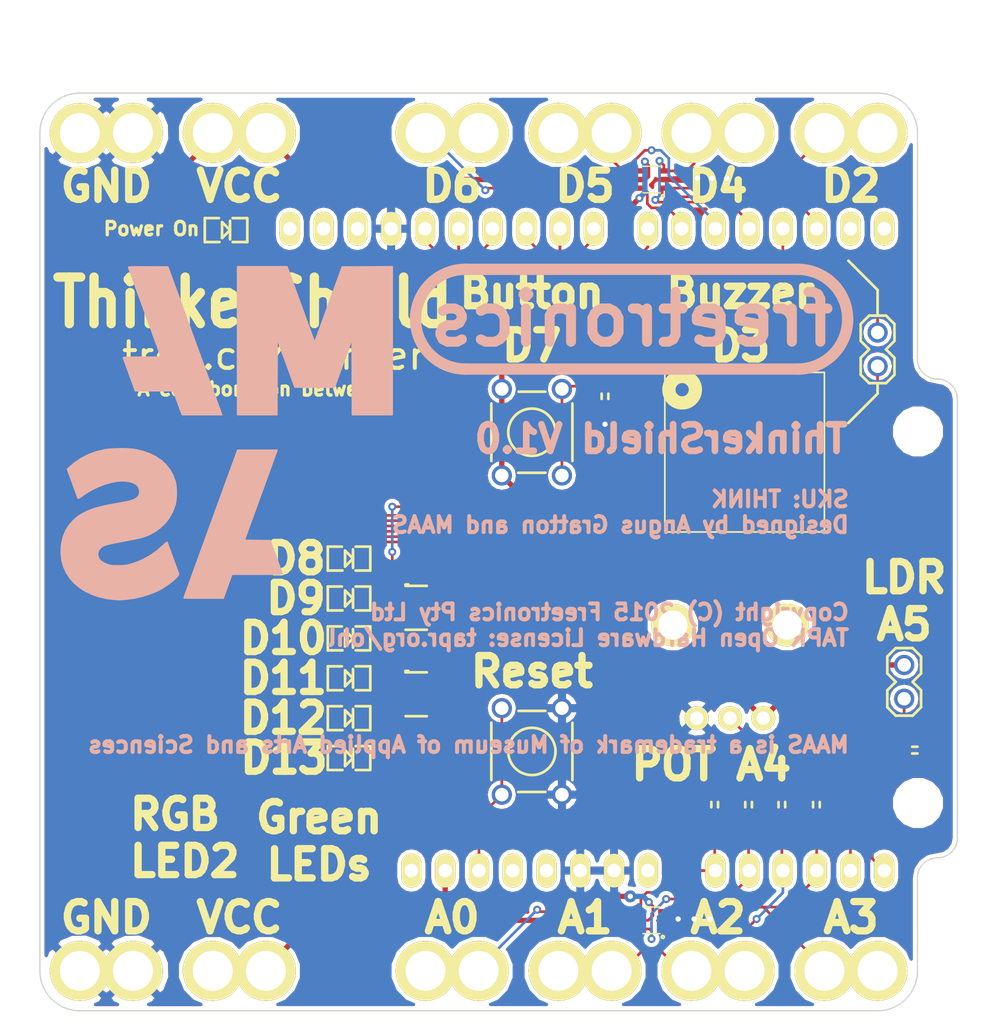
<source format=kicad_pcb>
(kicad_pcb (version 4) (host pcbnew "(2014-11-24 BZR 5301)-product")
  (layers (0 F.Cu signal) (31 B.Cu signal) (34 B.Paste user hide) (35 F.Paste user hide) (36 B.SilkS user) (37 F.SilkS user) (38 B.Mask user) (39 F.Mask user) (44 Edge.Cuts user))
  (net 0 "")
  (net 1 GND)
  (net 2 /A0)
  (net 3 /A1)
  (net 4 /A2)
  (net 5 /A3)
  (net 6 IORef)
  (net 7 /D2)
  (net 8 /D4)
  (net 9 /D5)
  (net 10 /D6)
  (net 11 /D3)
  (net 12 /BUZZER)
  (net 13 /D8)
  (net 14 "Net-(LED1-PadK)")
  (net 15 /D9)
  (net 16 "Net-(LED2-PadK)")
  (net 17 /D10)
  (net 18 "Net-(LED3-PadK)")
  (net 19 /D11)
  (net 20 "Net-(LED4-PadK)")
  (net 21 /D12)
  (net 22 "Net-(LED5-PadK)")
  (net 23 /D13)
  (net 24 /A4)
  (net 25 /D7)
  (net 26 /A5)
  (net 27 "Net-(SHIELD1-PadRST)")
  (net 28 "Net-(LED6-PadK)")
  (net 29 "Net-(LED7-PadK)")
  (module FT:BUZZER-12X12-SMT (layer F.Cu) (at 221 71)
    (fp_text reference U1)
    (fp_text value BUZZER)
    (pad 1 smd rect (at -5.99948 0) (size 2.99974 5.99948) (layers F.Cu F.Paste F.Mask) (net 1 GND))
    (pad 2 smd rect (at 5.99948 0) (size 2.99974 5.99948) (layers F.Cu F.Paste F.Mask) (net 12 /BUZZER))
  )
  (module POT_RV09_VERT (layer F.Cu) (at 219.9 84)
    (fp_text reference VR1)
    (fp_text value 10K hide)
    (pad "" thru_hole circle (at -4.3 0) (size 3.2 3.2) (drill 2.2) (layers *.Cu *.Mask F.SilkS))
    (pad "" thru_hole circle (at 4.3 0) (size 3.2 3.2) (drill 2.2) (layers *.Cu *.Mask F.SilkS))
    (pad W thru_hole circle (at 0 7) (size 1.8 1.8) (drill 1) (layers *.Cu *.Mask F.SilkS) (net 24 /A4))
    (pad 1 thru_hole circle (at -2.5 7) (size 1.8 1.8) (drill 1) (layers *.Cu *.Mask F.SilkS) (net 1 GND))
    (pad 2 thru_hole circle (at 2.5 7) (size 1.8 1.8) (drill 1) (layers *.Cu *.Mask F.SilkS) (net 6 IORef))
  )
  (module SOT363 (layer F.Cu) (at 214 50.5 90)
    (fp_text reference TV2)
    (fp_text value SMF05C hide)
    (pad 1 smd rect (at -0.65 0.925 90) (size 0.4 0.85) (layers F.Cu F.Paste F.Mask) (net 7 /D2))
    (pad 2 smd rect (at 0 0.925 90) (size 0.4 0.85) (layers F.Cu F.Paste F.Mask) (net 1 GND))
    (pad 3 smd rect (at 0.65 0.925 90) (size 0.4 0.85) (layers F.Cu F.Paste F.Mask) (net 8 /D4))
    (pad 4 smd rect (at 0.65 -0.925 90) (size 0.4 0.85) (layers F.Cu F.Paste F.Mask) (net 9 /D5))
    (pad 5 smd rect (at 0 -0.925 90) (size 0.4 0.85) (layers F.Cu F.Paste F.Mask) (net 6 IORef))
    (pad 6 smd rect (at -0.65 -0.925 90) (size 0.4 0.85) (layers F.Cu F.Paste F.Mask) (net 10 /D6))
  )
  (module FT:1X02 (layer F.Cu) (at 231 62 270)
    (fp_text reference JP13)
    (fp_text value JUMPER2 hide)
    (pad 1 thru_hole oval (at 0 0) (size 1.524 1.524) (drill 1.016) (layers *.Cu *.Mask) (net 11 /D3))
    (pad 2 thru_hole oval (at 2.54 0) (size 1.524 1.524) (drill 1.016) (layers *.Cu *.Mask) (net 12 /BUZZER))
  )
  (module FT:LED-0805 (layer F.Cu) (at 191.25 79)
    (fp_text reference LED1)
    (fp_text value GREEN)
    (pad A smd rect (at -0.89916 0) (size 0.79756 1.19888) (layers F.Cu F.Paste F.Mask) (net 13 /D8))
    (pad K smd rect (at 0.89916 0) (size 0.79756 1.19888) (layers F.Cu F.Paste F.Mask) (net 14 "Net-(LED1-PadK)"))
  )
  (module FT:LED-0805 (layer F.Cu) (at 191.25 82)
    (fp_text reference LED2)
    (fp_text value GREEN)
    (pad A smd rect (at -0.89916 0) (size 0.79756 1.19888) (layers F.Cu F.Paste F.Mask) (net 15 /D9))
    (pad K smd rect (at 0.89916 0) (size 0.79756 1.19888) (layers F.Cu F.Paste F.Mask) (net 16 "Net-(LED2-PadK)"))
  )
  (module FT:LED-0805 (layer F.Cu) (at 191.25 85)
    (fp_text reference LED3)
    (fp_text value GREEN)
    (pad A smd rect (at -0.89916 0) (size 0.79756 1.19888) (layers F.Cu F.Paste F.Mask) (net 17 /D10))
    (pad K smd rect (at 0.89916 0) (size 0.79756 1.19888) (layers F.Cu F.Paste F.Mask) (net 18 "Net-(LED3-PadK)"))
  )
  (module FT:LED-0805 (layer F.Cu) (at 191.25 88)
    (fp_text reference LED4)
    (fp_text value GREEN)
    (pad A smd rect (at -0.89916 0) (size 0.79756 1.19888) (layers F.Cu F.Paste F.Mask) (net 19 /D11))
    (pad K smd rect (at 0.89916 0) (size 0.79756 1.19888) (layers F.Cu F.Paste F.Mask) (net 20 "Net-(LED4-PadK)"))
  )
  (module FT:LED-0805 (layer F.Cu) (at 191.25 91)
    (fp_text reference LED5)
    (fp_text value GREEN)
    (pad A smd rect (at -0.89916 0) (size 0.79756 1.19888) (layers F.Cu F.Paste F.Mask) (net 21 /D12))
    (pad K smd rect (at 0.89916 0) (size 0.79756 1.19888) (layers F.Cu F.Paste F.Mask) (net 22 "Net-(LED5-PadK)"))
  )
  (module FT:1X02 (layer F.Cu) (at 233 87 270)
    (fp_text reference PH1)
    (fp_text value "LDR GL5516" hide)
    (pad 1 thru_hole oval (at 0 0) (size 1.524 1.524) (drill 1.016) (layers *.Cu *.Mask) (net 6 IORef))
    (pad 2 thru_hole oval (at 2.54 0) (size 1.524 1.524) (drill 1.016) (layers *.Cu *.Mask) (net 26 /A5))
  )
  (module FT:0603 (layer F.Cu) (at 233.8 93.4)
    (fp_text reference R1)
    (fp_text value 1K hide)
    (pad 1 smd rect (at -0.762 0) (size 0.762 0.762) (layers F.Cu F.Paste F.Mask) (net 26 /A5))
    (pad 2 smd rect (at 0.762 0) (size 0.762 0.762) (layers F.Cu F.Paste F.Mask) (net 1 GND))
  )
  (module FT:0603 (layer F.Cu) (at 210.5 66.8 270)
    (fp_text reference R2)
    (fp_text value 10K hide)
    (pad 1 smd rect (at -0.762 0 270) (size 0.762 0.762) (layers F.Cu F.Paste F.Mask) (net 25 /D7))
    (pad 2 smd rect (at 0.762 0 270) (size 0.762 0.762) (layers F.Cu F.Paste F.Mask) (net 1 GND))
  )
  (module FT:RES_CAY16 (layer F.Cu) (at 196.3 82.7 270)
    (fp_text reference R3)
    (fp_text value 470R hide)
    (pad 2 smd rect (at -1.19888 -0.67564 270) (size 0.50038 0.65024) (layers F.Cu F.Paste F.Mask) (net 1 GND))
    (pad 4 smd rect (at -0.39878 -0.67564 270) (size 0.50038 0.65024) (layers F.Cu F.Paste F.Mask) (net 1 GND))
    (pad 8 smd rect (at 1.19888 -0.67564 270) (size 0.50038 0.65024) (layers F.Cu F.Paste F.Mask) (net 1 GND))
    (pad 6 smd rect (at 0.39878 -0.67564 270) (size 0.50038 0.65024) (layers F.Cu F.Paste F.Mask) (net 1 GND))
    (pad 5 smd rect (at 0.39878 0.67564 270) (size 0.50038 0.65024) (layers F.Cu F.Paste F.Mask) (net 16 "Net-(LED2-PadK)"))
    (pad 7 smd rect (at 1.19888 0.67564 270) (size 0.50038 0.65024) (layers F.Cu F.Paste F.Mask) (net 18 "Net-(LED3-PadK)"))
    (pad 3 smd rect (at -0.39878 0.67564 270) (size 0.50038 0.65024) (layers F.Cu F.Paste F.Mask) (net 14 "Net-(LED1-PadK)"))
    (pad 1 smd rect (at -1.19888 0.67564 270) (size 0.50038 0.65024) (layers F.Cu F.Paste F.Mask) (net 29 "Net-(LED7-PadK)"))
  )
  (module FT:ARDUINO_SHIELD (layer F.Cu) (at 168 105)
    (fp_text reference SHIELD1 hide)
    (fp_text value ARDUINO_SHIELD hide)
    (pad AD5 thru_hole oval (at 63.5 -2.54 90) (size 2.54 1.524) (drill 1.016) (layers *.Cu *.Mask F.SilkS) (net 26 /A5))
    (pad AD4 thru_hole oval (at 60.96 -2.54 90) (size 2.54 1.524) (drill 1.016) (layers *.Cu *.Mask F.SilkS) (net 24 /A4))
    (pad AD3 thru_hole oval (at 58.42 -2.54 90) (size 2.54 1.524) (drill 1.016) (layers *.Cu *.Mask F.SilkS) (net 5 /A3))
    (pad AD0 thru_hole oval (at 50.8 -2.54 90) (size 2.54 1.524) (drill 1.016) (layers *.Cu *.Mask F.SilkS) (net 2 /A0))
    (pad AD1 thru_hole oval (at 53.34 -2.54 90) (size 2.54 1.524) (drill 1.016) (layers *.Cu *.Mask F.SilkS) (net 3 /A1))
    (pad AD2 thru_hole oval (at 55.88 -2.54 90) (size 2.54 1.524) (drill 1.016) (layers *.Cu *.Mask F.SilkS) (net 4 /A2))
    (pad V_IN thru_hole oval (at 45.72 -2.54 90) (size 2.54 1.524) (drill 1.016) (layers *.Cu *.Mask F.SilkS))
    (pad GND2 thru_hole oval (at 43.18 -2.54 90) (size 2.54 1.524) (drill 1.016) (layers *.Cu *.Mask F.SilkS) (net 1 GND))
    (pad GND1 thru_hole oval (at 40.64 -2.54 90) (size 2.54 1.524) (drill 1.016) (layers *.Cu *.Mask F.SilkS) (net 1 GND))
    (pad 3V3 thru_hole oval (at 35.56 -2.54 90) (size 2.54 1.524) (drill 1.016) (layers *.Cu *.Mask F.SilkS))
    (pad RST thru_hole oval (at 33.02 -2.54 90) (size 2.54 1.524) (drill 1.016) (layers *.Cu *.Mask F.SilkS) (net 27 "Net-(SHIELD1-PadRST)"))
    (pad 0 thru_hole oval (at 63.5 -50.8 90) (size 2.54 1.524) (drill 1.016) (layers *.Cu *.Mask F.SilkS))
    (pad 1 thru_hole oval (at 60.96 -50.8 90) (size 2.54 1.524) (drill 1.016) (layers *.Cu *.Mask F.SilkS))
    (pad 2 thru_hole oval (at 58.42 -50.8 90) (size 2.54 1.524) (drill 1.016) (layers *.Cu *.Mask F.SilkS) (net 7 /D2))
    (pad 3 thru_hole oval (at 55.88 -50.8 90) (size 2.54 1.524) (drill 1.016) (layers *.Cu *.Mask F.SilkS) (net 11 /D3))
    (pad 4 thru_hole oval (at 53.34 -50.8 90) (size 2.54 1.524) (drill 1.016) (layers *.Cu *.Mask F.SilkS) (net 8 /D4))
    (pad 5 thru_hole oval (at 50.8 -50.8 90) (size 2.54 1.524) (drill 1.016) (layers *.Cu *.Mask F.SilkS) (net 9 /D5))
    (pad 6 thru_hole oval (at 48.26 -50.8 90) (size 2.54 1.524) (drill 1.016) (layers *.Cu *.Mask F.SilkS) (net 10 /D6))
    (pad 7 thru_hole oval (at 45.72 -50.8 90) (size 2.54 1.524) (drill 1.016) (layers *.Cu *.Mask F.SilkS) (net 25 /D7))
    (pad 8 thru_hole oval (at 41.656 -50.8 90) (size 2.54 1.524) (drill 1.016) (layers *.Cu *.Mask F.SilkS) (net 13 /D8))
    (pad 9 thru_hole oval (at 39.116 -50.8 90) (size 2.54 1.524) (drill 1.016) (layers *.Cu *.Mask F.SilkS) (net 15 /D9))
    (pad 10 thru_hole oval (at 36.576 -50.8 90) (size 2.54 1.524) (drill 1.016) (layers *.Cu *.Mask F.SilkS) (net 17 /D10))
    (pad 11 thru_hole oval (at 34.036 -50.8 90) (size 2.54 1.524) (drill 1.016) (layers *.Cu *.Mask F.SilkS) (net 19 /D11))
    (pad 12 thru_hole oval (at 31.496 -50.8 90) (size 2.54 1.524) (drill 1.016) (layers *.Cu *.Mask F.SilkS) (net 21 /D12))
    (pad 13 thru_hole oval (at 28.956 -50.8 90) (size 2.54 1.524) (drill 1.016) (layers *.Cu *.Mask F.SilkS) (net 23 /D13))
    (pad GND3 thru_hole oval (at 26.416 -50.8 90) (size 2.54 1.524) (drill 1.016) (layers *.Cu *.Mask F.SilkS) (net 1 GND))
    (pad AREF thru_hole oval (at 23.876 -50.8 90) (size 2.54 1.524) (drill 1.016) (layers *.Cu *.Mask F.SilkS))
    (pad 5V thru_hole oval (at 38.1 -2.54 90) (size 2.54 1.524) (drill 1.016) (layers *.Cu *.Mask F.SilkS))
    (pad "" np_thru_hole circle (at 66.04 -7.62 90) (size 3.175 3.175) (drill 3.175) (layers *.Cu *.Mask F.SilkS))
    (pad "" np_thru_hole circle (at 66.04 -35.56 90) (size 3.175 3.175) (drill 3.175) (layers *.Cu *.Mask F.SilkS))
    (pad SDA thru_hole oval (at 21.336 -50.8 90) (size 2.54 1.524) (drill 1.016) (layers *.Cu *.Mask F.SilkS))
    (pad SCL thru_hole oval (at 18.796 -50.8 90) (size 2.54 1.524) (drill 1.016) (layers *.Cu *.Mask F.SilkS))
    (pad IO_R thru_hole oval (at 30.48 -2.54 90) (size 2.54 1.524) (drill 1.016) (layers *.Cu *.Mask F.SilkS) (net 6 IORef))
    (pad NC thru_hole oval (at 27.94 -2.54 90) (size 2.54 1.524) (drill 1.016) (layers *.Cu *.Mask F.SilkS))
  )
  (module TS:MAAS_logo_small_SolderMask (layer F.Cu) (at 178.5 74)
    (fp_text reference G*** hide)
    (fp_text value LOGO hide)
  )
  (module FT:LOGO_FREETRONICS_33mm (layer B.Cu) (at 212.5 61)
    (fp_text reference LOGO_FREETRONICS hide)
    (fp_text value val** hide)
    (fp_text user freetronics (at 0 0) (layer B.SilkS) (effects (font (size 3.75 3.75) (thickness 0.75)) (justify mirror)))
  )
  (module FT:SW_PUSHBUTTON_PTH (layer F.Cu) (at 205 93.5 90)
    (fp_text reference SW1)
    (fp_text value SW_PUSHBUTTON hide)
    (pad 1 thru_hole oval (at -3.2512 -2.2606 90) (size 1.524 1.524) (drill 1.016) (layers *.Cu *.Mask) (net 27 "Net-(SHIELD1-PadRST)"))
    (pad 1 thru_hole oval (at 3.2512 -2.2606 90) (size 1.524 1.524) (drill 1.016) (layers *.Cu *.Mask) (net 27 "Net-(SHIELD1-PadRST)"))
    (pad 2 thru_hole oval (at -3.2512 2.2606 90) (size 1.524 1.524) (drill 1.016) (layers *.Cu *.Mask) (net 1 GND))
    (pad 2 thru_hole oval (at 3.2512 2.2606 90) (size 1.524 1.524) (drill 1.016) (layers *.Cu *.Mask) (net 1 GND))
  )
  (module FT:SW_PUSHBUTTON_PTH (layer F.Cu) (at 205 69.5 90)
    (fp_text reference SW2)
    (fp_text value SW_PUSHBUTTON hide)
    (pad 1 thru_hole oval (at -3.2512 -2.2606 90) (size 1.524 1.524) (drill 1.016) (layers *.Cu *.Mask) (net 6 IORef))
    (pad 1 thru_hole oval (at 3.2512 -2.2606 90) (size 1.524 1.524) (drill 1.016) (layers *.Cu *.Mask) (net 6 IORef))
    (pad 2 thru_hole oval (at -3.2512 2.2606 90) (size 1.524 1.524) (drill 1.016) (layers *.Cu *.Mask) (net 25 /D7))
    (pad 2 thru_hole oval (at 3.2512 2.2606 90) (size 1.524 1.524) (drill 1.016) (layers *.Cu *.Mask) (net 25 /D7))
  )
  (module TS:MAAS_logo_large (layer B.Cu) (at 182 69.75 180)
    (fp_text reference G*** hide)
    (fp_text value LOGO hide)
  )
  (module FT:LOGO_FREETRONICS_14mm_SolderMask (layer F.Cu) (at 190.5 69.5)
    (fp_text reference LOGO_FREETRONICS hide)
    (fp_text value val** hide)
  )
  (module FT:LED-0805 (layer F.Cu) (at 191.25 94)
    (fp_text reference LED6)
    (fp_text value GREEN)
    (pad A smd rect (at -0.89916 0) (size 0.79756 1.19888) (layers F.Cu F.Paste F.Mask) (net 23 /D13))
    (pad K smd rect (at 0.89916 0) (size 0.79756 1.19888) (layers F.Cu F.Paste F.Mask) (net 28 "Net-(LED6-PadK)"))
  )
  (module FT:0603 (layer F.Cu) (at 221.3 97.5 90)
    (fp_text reference R7)
    (fp_text value 22M hide)
    (pad 1 smd rect (at -0.762 0 90) (size 0.762 0.762) (layers F.Cu F.Paste F.Mask) (net 3 /A1))
    (pad 2 smd rect (at 0.762 0 90) (size 0.762 0.762) (layers F.Cu F.Paste F.Mask) (net 6 IORef))
  )
  (module FT:0603 (layer F.Cu) (at 223.8 97.5 90)
    (fp_text reference R8)
    (fp_text value 22M hide)
    (pad 1 smd rect (at -0.762 0 90) (size 0.762 0.762) (layers F.Cu F.Paste F.Mask) (net 4 /A2))
    (pad 2 smd rect (at 0.762 0 90) (size 0.762 0.762) (layers F.Cu F.Paste F.Mask) (net 6 IORef))
  )
  (module FT:0603 (layer F.Cu) (at 226.4 97.5 90)
    (fp_text reference R9)
    (fp_text value 22M hide)
    (pad 1 smd rect (at -0.762 0 90) (size 0.762 0.762) (layers F.Cu F.Paste F.Mask) (net 5 /A3))
    (pad 2 smd rect (at 0.762 0 90) (size 0.762 0.762) (layers F.Cu F.Paste F.Mask) (net 6 IORef))
  )
  (module FT:0603 (layer F.Cu) (at 218.75 97.5 90)
    (fp_text reference R5)
    (fp_text value 22M hide)
    (pad 1 smd rect (at -0.762 0 90) (size 0.762 0.762) (layers F.Cu F.Paste F.Mask) (net 2 /A0))
    (pad 2 smd rect (at 0.762 0 90) (size 0.762 0.762) (layers F.Cu F.Paste F.Mask) (net 6 IORef))
  )
  (module FT:SOT363 (layer F.Cu) (at 214 106.2 90)
    (fp_text reference TV1)
    (fp_text value SMF05C hide)
    (pad 1 smd rect (at -0.65 0.925 90) (size 0.4 0.85) (layers F.Cu F.Paste F.Mask) (net 4 /A2))
    (pad 2 smd rect (at 0 0.925 90) (size 0.4 0.85) (layers F.Cu F.Paste F.Mask) (net 1 GND))
    (pad 3 smd rect (at 0.65 0.925 90) (size 0.4 0.85) (layers F.Cu F.Paste F.Mask) (net 5 /A3))
    (pad 4 smd rect (at 0.65 -0.925 90) (size 0.4 0.85) (layers F.Cu F.Paste F.Mask) (net 2 /A0))
    (pad 5 smd rect (at 0 -0.925 90) (size 0.4 0.85) (layers F.Cu F.Paste F.Mask) (net 6 IORef))
    (pad 6 smd rect (at -0.65 -0.925 90) (size 0.4 0.85) (layers F.Cu F.Paste F.Mask) (net 3 /A1))
  )
  (module FT:LED-0805 (layer F.Cu) (at 182 54.3)
    (fp_text reference LED7)
    (fp_text value BLUE)
    (pad A smd rect (at -0.89916 0) (size 0.79756 1.19888) (layers F.Cu F.Paste F.Mask) (net 6 IORef))
    (pad K smd rect (at 0.89916 0) (size 0.79756 1.19888) (layers F.Cu F.Paste F.Mask) (net 29 "Net-(LED7-PadK)"))
  )
  (module FT:RES_CAY16 (layer F.Cu) (at 196.3 89.2 270)
    (fp_text reference R4)
    (fp_text value 470R hide)
    (pad 2 smd rect (at -1.19888 -0.67564 270) (size 0.50038 0.65024) (layers F.Cu F.Paste F.Mask) (net 1 GND))
    (pad 4 smd rect (at -0.39878 -0.67564 270) (size 0.50038 0.65024) (layers F.Cu F.Paste F.Mask) (net 1 GND))
    (pad 8 smd rect (at 1.19888 -0.67564 270) (size 0.50038 0.65024) (layers F.Cu F.Paste F.Mask))
    (pad 6 smd rect (at 0.39878 -0.67564 270) (size 0.50038 0.65024) (layers F.Cu F.Paste F.Mask) (net 1 GND))
    (pad 5 smd rect (at 0.39878 0.67564 270) (size 0.50038 0.65024) (layers F.Cu F.Paste F.Mask) (net 28 "Net-(LED6-PadK)"))
    (pad 7 smd rect (at 1.19888 0.67564 270) (size 0.50038 0.65024) (layers F.Cu F.Paste F.Mask))
    (pad 3 smd rect (at -0.39878 0.67564 270) (size 0.50038 0.65024) (layers F.Cu F.Paste F.Mask) (net 22 "Net-(LED5-PadK)"))
    (pad 1 smd rect (at -1.19888 0.67564 270) (size 0.50038 0.65024) (layers F.Cu F.Paste F.Mask) (net 20 "Net-(LED4-PadK)"))
  )
  (module FT:ALLIGATOR_CLIP_CONN (layer F.Cu) (at 199 110)
    (fp_text reference JP1 hide)
    (fp_text value M01)
    (pad 1 thru_hole circle (at -2 0) (size 4.5 4.5) (drill 3) (layers *.Cu *.Mask F.SilkS) (net 2 /A0))
    (pad 1 thru_hole circle (at 2 0) (size 4.5 4.5) (drill 3) (layers *.Cu *.Mask F.SilkS) (net 2 /A0))
  )
  (module FT:ALLIGATOR_CLIP_CONN (layer F.Cu) (at 209 110)
    (fp_text reference JP2 hide)
    (fp_text value M01)
    (pad 1 thru_hole circle (at -2 0) (size 4.5 4.5) (drill 3) (layers *.Cu *.Mask F.SilkS) (net 3 /A1))
    (pad 1 thru_hole circle (at 2 0) (size 4.5 4.5) (drill 3) (layers *.Cu *.Mask F.SilkS) (net 3 /A1))
  )
  (module FT:ALLIGATOR_CLIP_CONN (layer F.Cu) (at 219 110 180)
    (fp_text reference JP3 hide)
    (fp_text value M01)
    (pad 1 thru_hole circle (at -2 0 180) (size 4.5 4.5) (drill 3) (layers *.Cu *.Mask F.SilkS) (net 4 /A2))
    (pad 1 thru_hole circle (at 2 0 180) (size 4.5 4.5) (drill 3) (layers *.Cu *.Mask F.SilkS) (net 4 /A2))
  )
  (module FT:ALLIGATOR_CLIP_CONN (layer F.Cu) (at 229 110 180)
    (fp_text reference JP4 hide)
    (fp_text value M01)
    (pad 1 thru_hole circle (at -2 0 180) (size 4.5 4.5) (drill 3) (layers *.Cu *.Mask F.SilkS) (net 5 /A3))
    (pad 1 thru_hole circle (at 2 0 180) (size 4.5 4.5) (drill 3) (layers *.Cu *.Mask F.SilkS) (net 5 /A3))
  )
  (module FT:ALLIGATOR_CLIP_CONN (layer F.Cu) (at 183 110 180)
    (fp_text reference JP5 hide)
    (fp_text value M01)
    (pad 1 thru_hole circle (at -2 0 180) (size 4.5 4.5) (drill 3) (layers *.Cu *.Mask F.SilkS) (net 6 IORef))
    (pad 1 thru_hole circle (at 2 0 180) (size 4.5 4.5) (drill 3) (layers *.Cu *.Mask F.SilkS) (net 6 IORef))
  )
  (module FT:ALLIGATOR_CLIP_CONN (layer F.Cu) (at 183 47)
    (fp_text reference JP6 hide)
    (fp_text value M01)
    (pad 1 thru_hole circle (at -2 0) (size 4.5 4.5) (drill 3) (layers *.Cu *.Mask F.SilkS) (net 6 IORef))
    (pad 1 thru_hole circle (at 2 0) (size 4.5 4.5) (drill 3) (layers *.Cu *.Mask F.SilkS) (net 6 IORef))
  )
  (module FT:ALLIGATOR_CLIP_CONN (layer F.Cu) (at 173 110 180)
    (fp_text reference JP7 hide)
    (fp_text value M01)
    (pad 1 thru_hole circle (at -2 0 180) (size 4.5 4.5) (drill 3) (layers *.Cu *.Mask F.SilkS) (net 1 GND))
    (pad 1 thru_hole circle (at 2 0 180) (size 4.5 4.5) (drill 3) (layers *.Cu *.Mask F.SilkS) (net 1 GND))
  )
  (module FT:ALLIGATOR_CLIP_CONN (layer F.Cu) (at 173 47 180)
    (fp_text reference JP8 hide)
    (fp_text value M01)
    (pad 1 thru_hole circle (at -2 0 180) (size 4.5 4.5) (drill 3) (layers *.Cu *.Mask F.SilkS) (net 1 GND))
    (pad 1 thru_hole circle (at 2 0 180) (size 4.5 4.5) (drill 3) (layers *.Cu *.Mask F.SilkS) (net 1 GND))
  )
  (module FT:ALLIGATOR_CLIP_CONN (layer F.Cu) (at 229 47)
    (fp_text reference JP9 hide)
    (fp_text value M01)
    (pad 1 thru_hole circle (at -2 0) (size 4.5 4.5) (drill 3) (layers *.Cu *.Mask F.SilkS) (net 7 /D2))
    (pad 1 thru_hole circle (at 2 0) (size 4.5 4.5) (drill 3) (layers *.Cu *.Mask F.SilkS) (net 7 /D2))
  )
  (module FT:ALLIGATOR_CLIP_CONN (layer F.Cu) (at 219 47)
    (fp_text reference JP10 hide)
    (fp_text value M01)
    (pad 1 thru_hole circle (at -2 0) (size 4.5 4.5) (drill 3) (layers *.Cu *.Mask F.SilkS) (net 8 /D4))
    (pad 1 thru_hole circle (at 2 0) (size 4.5 4.5) (drill 3) (layers *.Cu *.Mask F.SilkS) (net 8 /D4))
  )
  (module FT:ALLIGATOR_CLIP_CONN (layer F.Cu) (at 209 47)
    (fp_text reference JP11 hide)
    (fp_text value M01)
    (pad 1 thru_hole circle (at -2 0) (size 4.5 4.5) (drill 3) (layers *.Cu *.Mask F.SilkS) (net 9 /D5))
    (pad 1 thru_hole circle (at 2 0) (size 4.5 4.5) (drill 3) (layers *.Cu *.Mask F.SilkS) (net 9 /D5))
  )
  (module FT:ALLIGATOR_CLIP_CONN (layer F.Cu) (at 199 47)
    (fp_text reference JP12 hide)
    (fp_text value M01)
    (pad 1 thru_hole circle (at -2 0) (size 4.5 4.5) (drill 3) (layers *.Cu *.Mask F.SilkS) (net 10 /D6))
    (pad 1 thru_hole circle (at 2 0) (size 4.5 4.5) (drill 3) (layers *.Cu *.Mask F.SilkS) (net 10 /D6))
  )
  (gr_text "Power On" (at 176.4 54.2) (layer F.SilkS) (effects (font (size 1 1) (thickness 0.25))))
  (gr_line (start 229.2 57) (end 228.8 56.6) (angle 90) (layer F.SilkS) (width 0.2))
  (gr_line (start 231 58.8) (end 229.2 57) (angle 90) (layer F.SilkS) (width 0.2))
  (gr_line (start 231 60.7) (end 231 58.8) (angle 90) (layer F.SilkS) (width 0.2))
  (gr_line (start 231 66.6) (end 228.8 68.8) (angle 90) (layer F.SilkS) (width 0.2))
  (gr_line (start 231 65.8) (end 231 66.6) (angle 90) (layer F.SilkS) (width 0.2))
  (gr_text D13 (at 182.8 94) (layer F.SilkS) (effects (font (size 2.2 2.2) (thickness 0.55)) (justify left)))
  (gr_text "SKU: THINK\nDesigned by Angus Gratton and MAAS\n" (at 229 75.5) (layer B.SilkS) (effects (font (size 1.2 1.2) (thickness 0.3)) (justify left mirror)))
  (gr_text "MAAS is a trademark of Museum of Applied Arts and Sciences\n" (at 229 93) (layer B.SilkS) (effects (font (size 1.2 1.2) (thickness 0.3)) (justify left mirror)))
  (gr_text "LDR\nA5" (at 233 82.2) (layer F.SilkS) (effects (font (size 2.2 2.2) (thickness 0.55))))
  (gr_text "ThinkerShield V1.0" (at 229 70) (layer B.SilkS) (effects (font (size 2 2) (thickness 0.5)) (justify left mirror)))
  (gr_text tron.cc/thinker (at 174 63.75) (layer F.SilkS) (effects (font (size 2 2) (thickness 0.3)) (justify left)))
  (gr_text "Copyright (C) 2015 Freetronics Pty Ltd\nTAPR Open Hardware License: tapr.org/ohl\n" (at 229 84) (layer B.SilkS) (effects (font (size 1.2 1.2) (thickness 0.3)) (justify left mirror)))
  (gr_text "POT A4" (at 218.5 94.5) (layer F.SilkS) (effects (font (size 2.2 2.2) (thickness 0.55))))
  (gr_text "A collaboration between:" (at 184.75 66.25) (layer F.SilkS) (effects (font (size 1 1) (thickness 0.25))))
  (gr_text ThinkerShield (at 184 59.75) (layer F.SilkS) (effects (font (size 3.5 3) (thickness 0.7))))
  (gr_text D3 (at 220.7 63) (layer F.SilkS) (effects (font (size 2.2 2.2) (thickness 0.55))))
  (gr_text Buzzer (at 220.7 59) (layer F.SilkS) (effects (font (size 2.2 2.2) (thickness 0.55))))
  (gr_text D7 (at 205 63) (layer F.SilkS) (effects (font (size 2.2 2.2) (thickness 0.55))))
  (gr_text Button (at 205 59) (layer F.SilkS) (effects (font (size 2.2 2.2) (thickness 0.55))))
  (gr_text Reset (at 205 87.5) (layer F.SilkS) (effects (font (size 2.2 2.2) (thickness 0.55))))
  (gr_text "Green\nLEDs" (at 189 100.25) (layer F.SilkS) (effects (font (size 2.2 2.2) (thickness 0.55))))
  (gr_text D12 (at 182.75 91) (layer F.SilkS) (effects (font (size 2.2 2.2) (thickness 0.55)) (justify left)))
  (gr_text D11 (at 182.75 88) (layer F.SilkS) (effects (font (size 2.2 2.2) (thickness 0.55)) (justify left)))
  (gr_text D10 (at 182.75 85) (layer F.SilkS) (effects (font (size 2.2 2.2) (thickness 0.55)) (justify left)))
  (gr_text D9 (at 184.75 82) (layer F.SilkS) (effects (font (size 2.2 2.2) (thickness 0.55)) (justify left)))
  (gr_text D8 (at 184.75 79) (layer F.SilkS) (effects (font (size 2.2 2.2) (thickness 0.55)) (justify left)))
  (gr_text "RGB\nLED2" (at 174.5 100) (layer F.SilkS) (effects (font (size 2.2 2.2) (thickness 0.55)) (justify left)))
  (gr_text D2 (at 229 51) (layer F.SilkS) (effects (font (size 2.2 2.2) (thickness 0.55))))
  (gr_text D4 (at 219 51) (layer F.SilkS) (effects (font (size 2.2 2.2) (thickness 0.55))))
  (gr_text D5 (at 209 51) (layer F.SilkS) (effects (font (size 2.2 2.2) (thickness 0.55))))
  (gr_text D6 (at 199 51) (layer F.SilkS) (effects (font (size 2.2 2.2) (thickness 0.55))))
  (gr_text A3 (at 229 106) (layer F.SilkS) (effects (font (size 2.2 2.2) (thickness 0.55))))
  (gr_text A2 (at 219 106) (layer F.SilkS) (effects (font (size 2.2 2.2) (thickness 0.55))))
  (gr_text A1 (at 209 106) (layer F.SilkS) (effects (font (size 2.2 2.2) (thickness 0.55))))
  (gr_text A0 (at 199 106) (layer F.SilkS) (effects (font (size 2.2 2.2) (thickness 0.55))))
  (gr_text VCC (at 183 106) (layer F.SilkS) (effects (font (size 2.2 2.2) (thickness 0.55))))
  (gr_text GND (at 173 106) (layer F.SilkS) (effects (font (size 2.2 2.2) (thickness 0.55))))
  (gr_text GND (at 173 51) (layer F.SilkS) (effects (font (size 2.2 2.2) (thickness 0.55))))
  (gr_text VCC (at 183 51) (layer F.SilkS) (effects (font (size 2.2 2.2) (thickness 0.55))))
  (gr_arc (start 235.5 103) (end 234 103) (angle 90) (layer Edge.Cuts) (width 0.1))
  (gr_arc (start 235.5 100) (end 237 100) (angle 90) (layer Edge.Cuts) (width 0.1))
  (gr_arc (start 235.5 64) (end 235.5 65.5) (angle 90) (layer Edge.Cuts) (width 0.1))
  (gr_arc (start 235.5 67) (end 235.5 65.5) (angle 90) (layer Edge.Cuts) (width 0.1))
  (gr_arc (start 231 47) (end 231 44) (angle 90) (layer Edge.Cuts) (width 0.1))
  (gr_arc (start 231 110) (end 234 110) (angle 90) (layer Edge.Cuts) (width 0.1))
  (gr_arc (start 171 110) (end 171 113) (angle 90) (layer Edge.Cuts) (width 0.1))
  (gr_arc (start 171 47) (end 168 47) (angle 90) (layer Edge.Cuts) (width 0.1))
  (gr_line (start 231 44) (end 171 44) (angle 90) (layer Edge.Cuts) (width 0.1))
  (gr_line (start 234 47) (end 234 53) (angle 90) (layer Edge.Cuts) (width 0.1))
  (gr_line (start 234 64) (end 234 53) (angle 90) (layer Edge.Cuts) (width 0.1))
  (gr_line (start 237 100) (end 237 67) (angle 90) (layer Edge.Cuts) (width 0.1))
  (gr_line (start 234 110) (end 234 103) (angle 90) (layer Edge.Cuts) (width 0.1))
  (gr_line (start 171 113) (end 231 113) (angle 90) (layer Edge.Cuts) (width 0.1))
  (gr_line (start 168 47) (end 168 110) (angle 90) (layer Edge.Cuts) (width 0.1))
  (segment (start 174.8 110) (end 171.2 110) (width 0.4) (layer F.Cu) (net 1))
  (segment (start 174.8 47) (end 171.2 47) (width 0.4) (layer F.Cu) (net 1))
  (via (at 210.5 68.9) (size 0.9) (layers F.Cu B.Cu) (net 1))
  (segment (start 210.5 67.562) (end 210.5 68.9) (width 0.4) (layer F.Cu) (net 1))
  (segment (start 219.20001 50.39999) (end 219.649999 50.39999) (width 0.4) (layer B.Cu) (net 1))
  (segment (start 218.549999 50.39999) (end 219.649999 50.39999) (width 0.4) (layer F.Cu) (net 1))
  (via (at 219.649999 50.39999) (size 0.9) (drill 0.4) (layers F.Cu B.Cu) (net 1))
  (segment (start 217.455654 50.39999) (end 218.549999 50.39999) (width 0.4) (layer B.Cu) (net 1))
  (via (at 218.549999 50.39999) (size 0.9) (drill 0.4) (layers F.Cu B.Cu) (net 1))
  (segment (start 214.8 50.5) (end 217.355644 50.5) (width 0.4) (layer F.Cu) (net 1))
  (segment (start 217.355644 50.5) (end 217.455654 50.39999) (width 0.4) (layer F.Cu) (net 1))
  (via (at 217.455654 50.39999) (size 0.9) (drill 0.4) (layers F.Cu B.Cu) (net 1))
  (segment (start 217.2 106.1) (end 218.4 106.1) (width 0.4) (layer F.Cu) (net 1))
  (via (at 218.4 106.1) (size 0.9) (drill 0.4) (layers F.Cu B.Cu) (net 1))
  (segment (start 216 106.1) (end 217.2 106.1) (width 0.4) (layer F.Cu) (net 1))
  (via (at 217.2 106.1) (size 0.9) (drill 0.4) (layers F.Cu B.Cu) (net 1))
  (segment (start 215.9 106.2) (end 216 106.1) (width 0.4) (layer F.Cu) (net 1))
  (segment (start 214.8 106.2) (end 215.9 106.2) (width 0.4) (layer F.Cu) (net 1))
  (via (at 216 106.1) (size 0.9) (drill 0.4) (layers F.Cu B.Cu) (net 1))
  (segment (start 218.75 98.262) (end 218.75 102.41) (width 0.2) (layer F.Cu) (net 2))
  (segment (start 218.75 102.41) (end 218.8 102.46) (width 0.2) (layer F.Cu) (net 2))
  (segment (start 200.8 109.9) (end 200.9 109.9) (width 0.2) (layer B.Cu) (net 2))
  (segment (start 200.8 110) (end 205.4 105.4) (width 0.2) (layer B.Cu) (net 2))
  (segment (start 215.94 102.46) (end 217.838 102.46) (width 0.2) (layer F.Cu) (net 2))
  (segment (start 217.838 102.46) (end 218.8 102.46) (width 0.2) (layer F.Cu) (net 2))
  (segment (start 214.3 104.1) (end 215.94 102.46) (width 0.2) (layer F.Cu) (net 2))
  (segment (start 219.14 102.46) (end 218.8 102.46) (width 0.2) (layer F.Cu) (net 2))
  (segment (start 197.2 110) (end 200.8 110) (width 0.2) (layer F.Cu) (net 2))
  (segment (start 200.8 110) (end 200.8 109) (width 0.2) (layer B.Cu) (net 2))
  (segment (start 205.100001 105.699999) (end 205.4 105.4) (width 0.2) (layer B.Cu) (net 2))
  (via (at 205.4 105.4) (size 0.6) (drill 0.3) (layers F.Cu B.Cu) (net 2))
  (segment (start 213.64332 104.1) (end 214.3 104.1) (width 0.2) (layer F.Cu) (net 2))
  (segment (start 205.55 105.55) (end 205.4 105.4) (width 0.2) (layer F.Cu) (net 2))
  (segment (start 213.199976 104.543344) (end 213.64332 104.1) (width 0.2) (layer F.Cu) (net 2))
  (segment (start 213.199976 105.199976) (end 213.199976 104.543344) (width 0.2) (layer F.Cu) (net 2))
  (segment (start 213.2 105.2) (end 213.199976 105.199976) (width 0.2) (layer F.Cu) (net 2))
  (segment (start 213.2 105.55) (end 205.55 105.55) (width 0.2) (layer F.Cu) (net 2))
  (segment (start 213.2 105.55) (end 213.2 105.2) (width 0.2) (layer F.Cu) (net 2))
  (segment (start 221.3 98.262) (end 221.3 102.42) (width 0.2) (layer F.Cu) (net 3))
  (segment (start 221.3 102.42) (end 221.34 102.46) (width 0.2) (layer F.Cu) (net 3))
  (segment (start 221.34 102.968) (end 219.708 104.6) (width 0.2) (layer F.Cu) (net 3))
  (segment (start 221.34 102.46) (end 221.34 102.968) (width 0.2) (layer F.Cu) (net 3))
  (segment (start 219.708 104.6) (end 215.524264 104.6) (width 0.2) (layer F.Cu) (net 3))
  (segment (start 207.2 110) (end 210.8 110) (width 0.2) (layer F.Cu) (net 3))
  (segment (start 212 110) (end 210.8 110) (width 0.2) (layer B.Cu) (net 3))
  (segment (start 212.1 110) (end 210.8 110) (width 0.2) (layer B.Cu) (net 3))
  (segment (start 211.8 110) (end 210.8 110) (width 0.2) (layer F.Cu) (net 3))
  (segment (start 213.2 108.6) (end 211.8 110) (width 0.2) (layer F.Cu) (net 3))
  (segment (start 213.2 107.6) (end 213.2 108.6) (width 0.2) (layer F.Cu) (net 3))
  (segment (start 215.524264 104.6) (end 215.1 104.6) (width 0.2) (layer F.Cu) (net 3))
  (segment (start 213.2 107.4) (end 213.2 107.6) (width 0.2) (layer F.Cu) (net 3))
  (via (at 215.1 104.6) (size 0.6) (drill 0.3) (layers F.Cu B.Cu) (net 3))
  (segment (start 214.800001 104.899999) (end 215.1 104.6) (width 0.2) (layer B.Cu) (net 3))
  (segment (start 214 105.7) (end 214.800001 104.899999) (width 0.2) (layer B.Cu) (net 3))
  (segment (start 214 107.6) (end 214 105.7) (width 0.2) (layer B.Cu) (net 3))
  (via (at 214 107.6) (size 0.6) (layers F.Cu B.Cu) (net 3))
  (segment (start 214 107) (end 214 107.6) (width 0.2) (layer F.Cu) (net 3))
  (segment (start 213.2 106.85) (end 213.85 106.85) (width 0.2) (layer F.Cu) (net 3))
  (segment (start 213.85 106.85) (end 214 107) (width 0.2) (layer F.Cu) (net 3))
  (segment (start 213.2 106.85) (end 213.2 107.4) (width 0.2) (layer F.Cu) (net 3))
  (segment (start 221.600001 106.399999) (end 221.9 106.1) (width 0.2) (layer F.Cu) (net 4))
  (segment (start 214.8 106.85) (end 215 106.85) (width 0.2) (layer F.Cu) (net 4))
  (segment (start 215 106.85) (end 215.35 107.2) (width 0.2) (layer F.Cu) (net 4))
  (segment (start 220.8 107.2) (end 221.600001 106.399999) (width 0.2) (layer F.Cu) (net 4))
  (segment (start 215.35 107.2) (end 220.8 107.2) (width 0.2) (layer F.Cu) (net 4))
  (segment (start 214.8 106.85) (end 214.8 107.6) (width 0.2) (layer F.Cu) (net 4))
  (segment (start 214.8 106.85) (end 214.8 108.6) (width 0.2) (layer F.Cu) (net 4))
  (segment (start 223.8 98.262) (end 223.8 102.38) (width 0.2) (layer F.Cu) (net 4))
  (segment (start 223.8 102.38) (end 223.88 102.46) (width 0.2) (layer F.Cu) (net 4))
  (segment (start 223.88 104.12) (end 223.88 102.46) (width 0.2) (layer B.Cu) (net 4))
  (segment (start 221.9 106.1) (end 223.88 104.12) (width 0.2) (layer B.Cu) (net 4))
  (via (at 221.9 106.1) (size 0.6) (layers F.Cu B.Cu) (net 4))
  (segment (start 217.2 110) (end 220.8 110) (width 0.2) (layer F.Cu) (net 4))
  (segment (start 223.88 102.46) (end 223.39878 101.97878) (width 0.2) (layer F.Cu) (net 4))
  (segment (start 216.2 110) (end 217.2 110) (width 0.2) (layer F.Cu) (net 4))
  (segment (start 214.8 108.6) (end 216.2 110) (width 0.2) (layer F.Cu) (net 4))
  (segment (start 226.42 102.46) (end 226.42 98.382) (width 0.2) (layer F.Cu) (net 5))
  (segment (start 226.42 98.382) (end 226.4 98.362) (width 0.2) (layer F.Cu) (net 5))
  (segment (start 224.188 105.2) (end 226.42 102.968) (width 0.2) (layer F.Cu) (net 5))
  (segment (start 226.42 102.968) (end 226.42 102.46) (width 0.2) (layer F.Cu) (net 5))
  (segment (start 227.2 110) (end 222.4 105.2) (width 0.2) (layer F.Cu) (net 5))
  (segment (start 227.2 110) (end 230.8 110) (width 0.2) (layer F.Cu) (net 5))
  (segment (start 226.42 102.02) (end 226.42 102.46) (width 0.2) (layer F.Cu) (net 5))
  (segment (start 215.35 105.2) (end 224.188 105.2) (width 0.2) (layer F.Cu) (net 5))
  (segment (start 222.4 105.2) (end 215.35 105.2) (width 0.2) (layer F.Cu) (net 5))
  (segment (start 215 105.55) (end 215.35 105.2) (width 0.2) (layer F.Cu) (net 5))
  (segment (start 214.8 105.55) (end 215 105.55) (width 0.2) (layer F.Cu) (net 5))
  (segment (start 213.083348 51.897695) (end 213.501563 51.47948) (width 0.4) (layer B.Cu) (net 6))
  (segment (start 213.801562 50.28844) (end 213.801562 49.44999) (width 0.2) (layer F.Cu) (net 6))
  (segment (start 213.801562 49.44999) (end 213.501563 49.149991) (width 0.2) (layer F.Cu) (net 6))
  (via (at 213.501563 49.149991) (size 0.6) (drill 0.3) (layers F.Cu B.Cu) (net 6))
  (segment (start 213.501563 49.574255) (end 213.501563 49.149991) (width 0.4) (layer B.Cu) (net 6))
  (segment (start 213.501563 51.47948) (end 213.501563 49.574255) (width 0.4) (layer B.Cu) (net 6))
  (segment (start 213.590002 50.5) (end 213.801562 50.28844) (width 0.2) (layer F.Cu) (net 6))
  (segment (start 213.2 50.5) (end 213.590002 50.5) (width 0.2) (layer F.Cu) (net 6))
  (segment (start 181.2 47) (end 181.2 47.2) (width 0.4) (layer F.Cu) (net 6))
  (segment (start 181.2 47.2) (end 179.2 49.2) (width 0.4) (layer F.Cu) (net 6))
  (segment (start 179.2 52.39916) (end 181.10084 54.3) (width 0.4) (layer F.Cu) (net 6))
  (segment (start 179.2 49.2) (end 179.2 52.39916) (width 0.4) (layer F.Cu) (net 6))
  (segment (start 219.7 88.3) (end 218.7 89.3) (width 0.4) (layer F.Cu) (net 6))
  (segment (start 211.9 96.9) (end 213.45 98.45) (width 0.4) (layer F.Cu) (net 6))
  (segment (start 211.9 92.2) (end 211.9 96.9) (width 0.4) (layer F.Cu) (net 6))
  (segment (start 214.8 89.3) (end 211.9 92.2) (width 0.4) (layer F.Cu) (net 6))
  (segment (start 218.7 89.3) (end 214.8 89.3) (width 0.4) (layer F.Cu) (net 6))
  (segment (start 222.4 91) (end 219.7 88.3) (width 0.4) (layer F.Cu) (net 6))
  (segment (start 208.8882 78.9) (end 202.7394 72.7512) (width 0.4) (layer F.Cu) (net 6))
  (segment (start 215 78.9) (end 208.8882 78.9) (width 0.4) (layer F.Cu) (net 6))
  (segment (start 219.7 83.6) (end 215 78.9) (width 0.4) (layer F.Cu) (net 6))
  (segment (start 219.7 88.3) (end 219.7 83.6) (width 0.4) (layer F.Cu) (net 6))
  (segment (start 233 87) (end 226.4 87) (width 0.4) (layer F.Cu) (net 6))
  (segment (start 226.4 87) (end 222.4 91) (width 0.4) (layer F.Cu) (net 6))
  (segment (start 213.75 106.2) (end 214.099976 105.850024) (width 0.2) (layer F.Cu) (net 6))
  (segment (start 214.099976 105.850024) (end 214.099976 105.131344) (width 0.2) (layer F.Cu) (net 6))
  (segment (start 213.2 106.2) (end 213.75 106.2) (width 0.2) (layer F.Cu) (net 6))
  (segment (start 213.2 106.2) (end 188.6 106.2) (width 0.4) (layer F.Cu) (net 6))
  (segment (start 212.4 106.2) (end 213.2 106.2) (width 0.4) (layer F.Cu) (net 6))
  (segment (start 188.6 106.2) (end 188.1 106.7) (width 0.4) (layer F.Cu) (net 6))
  (segment (start 214.099976 105.131344) (end 213.799977 104.831345) (width 0.2) (layer F.Cu) (net 6))
  (via (at 213.799977 104.831345) (size 0.6) (drill 0.3) (layers F.Cu B.Cu) (net 6))
  (segment (start 213.499978 104.531346) (end 213.799977 104.831345) (width 0.4) (layer B.Cu) (net 6))
  (segment (start 212.4 104.4) (end 213.368632 104.4) (width 0.4) (layer B.Cu) (net 6))
  (segment (start 213.368632 104.4) (end 213.499978 104.531346) (width 0.4) (layer B.Cu) (net 6))
  (segment (start 202.3 104.4) (end 202.3 103.6) (width 0.4) (layer F.Cu) (net 6))
  (segment (start 202.3 103.1) (end 202.3 103.6) (width 0.4) (layer F.Cu) (net 6))
  (segment (start 202.3 101.3) (end 202.3 103.1) (width 0.4) (layer F.Cu) (net 6))
  (segment (start 203.2 100.4) (end 202.3 101.3) (width 0.4) (layer F.Cu) (net 6))
  (segment (start 211.5 100.4) (end 203.2 100.4) (width 0.4) (layer F.Cu) (net 6))
  (segment (start 213.45 98.45) (end 211.5 100.4) (width 0.4) (layer F.Cu) (net 6))
  (segment (start 214 97.9) (end 213.45 98.45) (width 0.4) (layer F.Cu) (net 6))
  (segment (start 218.75 96.738) (end 215.162 96.738) (width 0.4) (layer F.Cu) (net 6))
  (segment (start 215.162 96.738) (end 214 97.9) (width 0.4) (layer F.Cu) (net 6))
  (segment (start 212.4 104.4) (end 202.3 104.4) (width 0.4) (layer F.Cu) (net 6))
  (via (at 212.4 104.4) (size 0.9) (layers F.Cu B.Cu) (net 6))
  (segment (start 202.3 104.4) (end 201.5 104.4) (width 0.4) (layer F.Cu) (net 6))
  (segment (start 201.5 104.4) (end 198.8 104.4) (width 0.4) (layer F.Cu) (net 6))
  (segment (start 221.3 96.738) (end 218.75 96.738) (width 0.4) (layer F.Cu) (net 6))
  (segment (start 223.8 96.738) (end 221.3 96.738) (width 0.4) (layer F.Cu) (net 6))
  (segment (start 226.4 96.738) (end 223.8 96.738) (width 0.4) (layer F.Cu) (net 6))
  (segment (start 223.9 96.838) (end 223.8 96.738) (width 0.2) (layer F.Cu) (net 6))
  (segment (start 202.7394 66.2488) (end 202.7394 64.7606) (width 0.4) (layer F.Cu) (net 6))
  (segment (start 198.48 104.08) (end 198.48 102.46) (width 0.4) (layer F.Cu) (net 6))
  (segment (start 187.8 107) (end 184.8 110) (width 0.4) (layer F.Cu) (net 6))
  (segment (start 202.7394 66.2488) (end 202.7394 72.7512) (width 0.4) (layer F.Cu) (net 6))
  (segment (start 184.8 110) (end 181.2 110) (width 0.4) (layer F.Cu) (net 6))
  (segment (start 184.8 47) (end 181.2 47) (width 0.4) (layer F.Cu) (net 6))
  (segment (start 184.8 47) (end 188.3 50.5) (width 0.4) (layer F.Cu) (net 6))
  (segment (start 188.1 106.7) (end 184.8 110) (width 0.4) (layer F.Cu) (net 6))
  (segment (start 198.8 104.4) (end 198.48 104.08) (width 0.4) (layer F.Cu) (net 6))
  (segment (start 202.7394 64.7606) (end 212 55.5) (width 0.4) (layer F.Cu) (net 6))
  (segment (start 213.2 50.5) (end 212.5 50.5) (width 0.4) (layer F.Cu) (net 6))
  (segment (start 188.3 50.5) (end 213.2 50.5) (width 0.4) (layer F.Cu) (net 6))
  (segment (start 212.783349 52.197694) (end 213.083348 51.897695) (width 0.4) (layer F.Cu) (net 6))
  (via (at 213.083348 51.897695) (size 0.6) (drill 0.3) (layers F.Cu B.Cu) (net 6))
  (segment (start 212 52.981043) (end 212.783349 52.197694) (width 0.4) (layer F.Cu) (net 6))
  (segment (start 212 55.5) (end 212 52.981043) (width 0.4) (layer F.Cu) (net 6))
  (segment (start 224.528 51.8) (end 226.42 53.692) (width 0.2) (layer F.Cu) (net 7))
  (segment (start 226.42 53.692) (end 226.42 54.2) (width 0.2) (layer F.Cu) (net 7))
  (segment (start 223.05 51.15) (end 227.2 47) (width 0.2) (layer F.Cu) (net 7))
  (segment (start 226.42 47.78) (end 227.2 47) (width 0.2) (layer B.Cu) (net 7))
  (segment (start 227.2 47) (end 230.8 47) (width 0.2) (layer F.Cu) (net 7))
  (segment (start 214.9 51.8) (end 224.528 51.8) (width 0.2) (layer F.Cu) (net 7))
  (segment (start 219.884624 51.15) (end 223.05 51.15) (width 0.2) (layer F.Cu) (net 7))
  (segment (start 214.8 51.7) (end 214.9 51.8) (width 0.2) (layer F.Cu) (net 7))
  (segment (start 214.8 51.15) (end 214.8 51.7) (width 0.2) (layer F.Cu) (net 7))
  (segment (start 219.884624 51.15) (end 214.8 51.15) (width 0.2) (layer F.Cu) (net 7))
  (segment (start 214.6 49.2) (end 214.6 49.1) (width 0.2) (layer B.Cu) (net 8))
  (segment (start 214.899999 49.399999) (end 214.6 49.1) (width 0.2) (layer F.Cu) (net 8))
  (segment (start 214.925 49.425) (end 214.899999 49.399999) (width 0.2) (layer F.Cu) (net 8))
  (segment (start 214.6 51.715159) (end 214.6 49.2) (width 0.2) (layer B.Cu) (net 8))
  (segment (start 214.925 49.85) (end 214.925 49.425) (width 0.2) (layer F.Cu) (net 8))
  (via (at 214.6 49.1) (size 0.6) (drill 0.3) (layers F.Cu B.Cu) (net 8))
  (segment (start 214.283369 52.03179) (end 214.6 51.715159) (width 0.2) (layer B.Cu) (net 8))
  (segment (start 214.8 49.85) (end 216.65 49.85) (width 0.2) (layer F.Cu) (net 8))
  (segment (start 216.65 49.85) (end 217.2 49.3) (width 0.2) (layer F.Cu) (net 8))
  (via (at 214.283369 52.03179) (size 0.6) (drill 0.3) (layers F.Cu B.Cu) (net 8))
  (segment (start 214.451587 52.200008) (end 214.283369 52.03179) (width 0.2) (layer F.Cu) (net 8))
  (segment (start 219.848008 52.200008) (end 214.451587 52.200008) (width 0.2) (layer F.Cu) (net 8))
  (segment (start 221.34 54.2) (end 221.34 53.692) (width 0.2) (layer F.Cu) (net 8))
  (segment (start 221.34 53.692) (end 219.848008 52.200008) (width 0.2) (layer F.Cu) (net 8))
  (segment (start 217.2 49.3) (end 217.2 47) (width 0.2) (layer F.Cu) (net 8))
  (segment (start 221.34 47.54) (end 220.8 47) (width 0.2) (layer B.Cu) (net 8))
  (segment (start 220.8 47) (end 217.2 47) (width 0.2) (layer F.Cu) (net 8))
  (segment (start 213.075 49.85) (end 212.8 49.575) (width 0.2) (layer F.Cu) (net 9))
  (segment (start 212.8 49.575) (end 212.8 49) (width 0.2) (layer F.Cu) (net 9))
  (segment (start 212.8 49) (end 213.5 48.3) (width 0.2) (layer F.Cu) (net 9))
  (segment (start 213.5 48.3) (end 213.575736 48.3) (width 0.2) (layer F.Cu) (net 9))
  (segment (start 213.575736 48.3) (end 214 48.3) (width 0.2) (layer F.Cu) (net 9))
  (segment (start 218.8 53.692) (end 215.300001 50.192001) (width 0.2) (layer B.Cu) (net 9))
  (segment (start 218.8 54.2) (end 218.8 53.692) (width 0.2) (layer B.Cu) (net 9))
  (segment (start 215.300001 48.911999) (end 214.688002 48.3) (width 0.2) (layer B.Cu) (net 9))
  (segment (start 214.424264 48.3) (end 214 48.3) (width 0.2) (layer B.Cu) (net 9))
  (segment (start 215.300001 50.192001) (end 215.300001 48.911999) (width 0.2) (layer B.Cu) (net 9))
  (segment (start 214.688002 48.3) (end 214.424264 48.3) (width 0.2) (layer B.Cu) (net 9))
  (via (at 214 48.3) (size 0.6) (drill 0.3) (layers F.Cu B.Cu) (net 9))
  (segment (start 211.85 49.85) (end 211 49) (width 0.2) (layer F.Cu) (net 9))
  (segment (start 211 49) (end 211 47) (width 0.2) (layer F.Cu) (net 9))
  (segment (start 213.075 49.85) (end 211.85 49.85) (width 0.2) (layer F.Cu) (net 9))
  (segment (start 207.2 47) (end 213 47) (width 0.2) (layer F.Cu) (net 9))
  (segment (start 218.8 54.2) (end 218.8 53.3) (width 0.2) (layer B.Cu) (net 9))
  (segment (start 213.683368 51.433368) (end 213.4 51.15) (width 0.2) (layer F.Cu) (net 10))
  (segment (start 213.4 51.15) (end 213.2 51.15) (width 0.2) (layer F.Cu) (net 10))
  (segment (start 213.2 51.15) (end 213.4 51.15) (width 0.2) (layer F.Cu) (net 10))
  (segment (start 213.2 51.15) (end 201.65 51.15) (width 0.2) (layer F.Cu) (net 10))
  (segment (start 201.65 51.15) (end 201.5 51.3) (width 0.2) (layer F.Cu) (net 10))
  (segment (start 213.683368 51.8) (end 213.683368 51.433368) (width 0.2) (layer F.Cu) (net 10))
  (via (at 201.5 51.3) (size 0.6) (layers F.Cu B.Cu) (net 10))
  (segment (start 213.683368 51.8) (end 213.683368 52.319791) (width 0.2) (layer F.Cu) (net 10))
  (segment (start 213.683368 52.319791) (end 213.995368 52.631791) (width 0.2) (layer F.Cu) (net 10))
  (segment (start 215.199791 52.631791) (end 216.26 53.692) (width 0.2) (layer F.Cu) (net 10))
  (segment (start 216.26 53.692) (end 216.26 54.2) (width 0.2) (layer F.Cu) (net 10))
  (segment (start 201.5 51.3) (end 197.2 47) (width 0.2) (layer B.Cu) (net 10))
  (segment (start 200.8 47) (end 197.2 47) (width 0.2) (layer F.Cu) (net 10))
  (segment (start 213.995368 52.631791) (end 215.199791 52.631791) (width 0.2) (layer F.Cu) (net 10))
  (segment (start 229.2 57) (end 228.8 56.6) (width 0.2) (layer F.Cu) (net 11))
  (segment (start 231 62) (end 231 58.8) (width 0.2) (layer F.Cu) (net 11))
  (segment (start 231 58.8) (end 229.2 57) (width 0.2) (layer F.Cu) (net 11))
  (segment (start 224.4 56.6) (end 223.88 56.08) (width 0.2) (layer F.Cu) (net 11))
  (segment (start 228.8 56.6) (end 224.4 56.6) (width 0.2) (layer F.Cu) (net 11))
  (segment (start 223.88 54.2) (end 223.88 56.08) (width 0.2) (layer F.Cu) (net 11))
  (segment (start 229.5 68.1) (end 226.6 71) (width 0.2) (layer F.Cu) (net 12))
  (segment (start 226.6 71) (end 225.99948 71) (width 0.2) (layer F.Cu) (net 12))
  (segment (start 231 66.6) (end 229.5 68.1) (width 0.2) (layer F.Cu) (net 12))
  (segment (start 229.5 68.1) (end 229.5 68.1) (width 0.2) (layer F.Cu) (net 12))
  (segment (start 229.5 68.1) (end 229.6 68) (width 0.2) (layer F.Cu) (net 12))
  (segment (start 231 64.54) (end 231 66.6) (width 0.2) (layer F.Cu) (net 12))
  (segment (start 207.516002 58.383998) (end 207.516002 57.083998) (width 0.2) (layer F.Cu) (net 13))
  (segment (start 199.5 75.5) (end 197.249976 77.750024) (width 0.2) (layer F.Cu) (net 13))
  (segment (start 197.249976 77.750024) (end 191.400156 77.750024) (width 0.2) (layer F.Cu) (net 13))
  (segment (start 190.35084 78.79934) (end 191.400156 77.750024) (width 0.2) (layer F.Cu) (net 13))
  (segment (start 207.55 57.05) (end 209.656 54.944) (width 0.2) (layer F.Cu) (net 13))
  (segment (start 200.400018 74.599982) (end 200.400018 65.499982) (width 0.2) (layer F.Cu) (net 13))
  (segment (start 200.400018 65.499982) (end 207.516002 58.383998) (width 0.2) (layer F.Cu) (net 13))
  (segment (start 199.5 75.5) (end 200.400018 74.599982) (width 0.2) (layer F.Cu) (net 13))
  (segment (start 207.516002 57.083998) (end 207.55 57.05) (width 0.2) (layer F.Cu) (net 13))
  (segment (start 209.656 54.944) (end 209.656 54.2) (width 0.2) (layer F.Cu) (net 13))
  (segment (start 209.656 54.944) (end 209.656 54.2) (width 0.2) (layer F.Cu) (net 13))
  (segment (start 190.35084 78.79934) (end 190.35084 79) (width 0.2) (layer F.Cu) (net 13))
  (segment (start 194.1 81.7) (end 193.9 81.5) (width 0.2) (layer F.Cu) (net 14))
  (segment (start 193.9 79.7) (end 193.2 79) (width 0.2) (layer F.Cu) (net 14))
  (segment (start 193.9 81.5) (end 193.9 79.7) (width 0.2) (layer F.Cu) (net 14))
  (segment (start 192.14916 79) (end 193.2 79) (width 0.2) (layer F.Cu) (net 14))
  (segment (start 194.70112 82.30112) (end 195.62436 82.30112) (width 0.2) (layer F.Cu) (net 14))
  (segment (start 194.1 81.7) (end 194.70112 82.30112) (width 0.2) (layer F.Cu) (net 14))
  (segment (start 200.000016 65.24999) (end 200.000016 74.365694) (width 0.2) (layer F.Cu) (net 15))
  (segment (start 207.116 54.2) (end 207.116 58.134006) (width 0.2) (layer F.Cu) (net 15))
  (segment (start 190.35084 81.20056) (end 190.35084 82) (width 0.2) (layer F.Cu) (net 15))
  (segment (start 189.30002 80.14974) (end 190.35084 81.20056) (width 0.2) (layer F.Cu) (net 15))
  (segment (start 189.30002 78.19998) (end 189.30002 80.14974) (width 0.2) (layer F.Cu) (net 15))
  (segment (start 190.149986 77.350014) (end 189.30002 78.19998) (width 0.2) (layer F.Cu) (net 15))
  (segment (start 197.015696 77.350014) (end 190.149986 77.350014) (width 0.2) (layer F.Cu) (net 15))
  (segment (start 207.116 58.134006) (end 200.000016 65.24999) (width 0.2) (layer F.Cu) (net 15))
  (segment (start 200.000016 74.365694) (end 197.015696 77.350014) (width 0.2) (layer F.Cu) (net 15))
  (segment (start 207.116 56.284) (end 207.116 54.2) (width 0.2) (layer F.Cu) (net 15))
  (segment (start 195.62436 83.10122) (end 194.70122 83.10122) (width 0.2) (layer F.Cu) (net 16))
  (segment (start 194.70122 83.10122) (end 193.6 82) (width 0.2) (layer F.Cu) (net 16))
  (segment (start 193.6 82) (end 192.14916 82) (width 0.2) (layer F.Cu) (net 16))
  (segment (start 206.7 57.015998) (end 204.576 54.891998) (width 0.2) (layer F.Cu) (net 17))
  (segment (start 204.576 54.891998) (end 204.576 54.2) (width 0.2) (layer F.Cu) (net 17))
  (segment (start 204.576 60.1) (end 206.7 57.976) (width 0.2) (layer F.Cu) (net 17))
  (segment (start 206.7 57.015998) (end 206.7 57.015998) (width 0.2) (layer F.Cu) (net 17))
  (segment (start 206.7 57.976) (end 206.7 57.015998) (width 0.2) (layer F.Cu) (net 17))
  (segment (start 204.576 54.891998) (end 204.576 54.2) (width 0.2) (layer F.Cu) (net 17))
  (segment (start 196.850007 76.950004) (end 199.600006 74.200005) (width 0.2) (layer F.Cu) (net 17))
  (segment (start 189.949996 76.950004) (end 196.850007 76.950004) (width 0.2) (layer F.Cu) (net 17))
  (segment (start 190.35084 84.20056) (end 188.90001 82.74973) (width 0.2) (layer F.Cu) (net 17))
  (segment (start 188.90001 82.74973) (end 188.90001 77.99999) (width 0.2) (layer F.Cu) (net 17))
  (segment (start 190.35084 85) (end 190.35084 84.20056) (width 0.2) (layer F.Cu) (net 17))
  (segment (start 199.600006 74.200005) (end 199.600006 73.365703) (width 0.2) (layer F.Cu) (net 17))
  (segment (start 188.90001 77.99999) (end 189.949996 76.950004) (width 0.2) (layer F.Cu) (net 17))
  (segment (start 204.576 60.108308) (end 204.576 60.1) (width 0.2) (layer F.Cu) (net 17))
  (segment (start 199.600006 73.531392) (end 199.600006 73.365703) (width 0.2) (layer F.Cu) (net 17))
  (segment (start 199.600006 73.365703) (end 199.600006 65.084301) (width 0.2) (layer F.Cu) (net 17))
  (segment (start 199.600006 65.084301) (end 204.576 60.108308) (width 0.2) (layer F.Cu) (net 17))
  (segment (start 194.70122 83.89878) (end 195.62436 83.89878) (width 0.2) (layer F.Cu) (net 18))
  (segment (start 193.6 85) (end 194.70122 83.89878) (width 0.2) (layer F.Cu) (net 18))
  (segment (start 192.14916 85) (end 193.6 85) (width 0.2) (layer F.Cu) (net 18))
  (segment (start 199.896002 57.2) (end 202.036 55.060002) (width 0.2) (layer F.Cu) (net 19))
  (segment (start 202.036 55.060002) (end 202.036 54.2) (width 0.2) (layer F.Cu) (net 19))
  (segment (start 199.896002 57.9) (end 199.896002 57.2) (width 0.2) (layer F.Cu) (net 19))
  (segment (start 202.036 54.960002) (end 202.036 54.2) (width 0.2) (layer F.Cu) (net 19))
  (segment (start 202.036 54.2) (end 202.036 55.164) (width 0.2) (layer F.Cu) (net 19))
  (segment (start 199.199991 64.865697) (end 199.199996 64.865697) (width 0.2) (layer F.Cu) (net 19))
  (segment (start 199.896002 64.169686) (end 199.199991 64.865697) (width 0.2) (layer F.Cu) (net 19))
  (segment (start 199.896002 57.303998) (end 199.896002 57.9) (width 0.2) (layer F.Cu) (net 19))
  (segment (start 199.896002 57.9) (end 199.896002 64.169686) (width 0.2) (layer F.Cu) (net 19))
  (segment (start 199.199996 73.1) (end 199.199996 74.034316) (width 0.2) (layer F.Cu) (net 19))
  (segment (start 189.750006 76.549994) (end 188.5 77.8) (width 0.2) (layer F.Cu) (net 19))
  (segment (start 189.2 88) (end 190.35084 88) (width 0.2) (layer F.Cu) (net 19))
  (segment (start 188.5 87.3) (end 189.2 88) (width 0.2) (layer F.Cu) (net 19))
  (segment (start 199.199996 74.034316) (end 196.684318 76.549994) (width 0.2) (layer F.Cu) (net 19))
  (segment (start 196.684318 76.549994) (end 189.750006 76.549994) (width 0.2) (layer F.Cu) (net 19))
  (segment (start 188.5 77.8) (end 188.5 87.3) (width 0.2) (layer F.Cu) (net 19))
  (segment (start 199.199996 73.365703) (end 199.199996 73.1) (width 0.2) (layer F.Cu) (net 19))
  (segment (start 199.199996 73.1) (end 199.199996 64.865697) (width 0.2) (layer F.Cu) (net 19))
  (segment (start 199.199996 64.865697) (end 199.199996 64.865702) (width 0.2) (layer F.Cu) (net 19))
  (segment (start 192.14916 88) (end 195.62324 88) (width 0.2) (layer F.Cu) (net 20))
  (segment (start 195.62324 88) (end 195.62436 88.00112) (width 0.2) (layer F.Cu) (net 20))
  (segment (start 198.799986 73.1) (end 198.799986 73.868638) (width 0.2) (layer F.Cu) (net 21))
  (segment (start 189 91) (end 190.35084 91) (width 0.2) (layer F.Cu) (net 21))
  (segment (start 188.099998 90.099998) (end 189 91) (width 0.2) (layer F.Cu) (net 21))
  (segment (start 188.099998 77.600002) (end 188.099998 90.099998) (width 0.2) (layer F.Cu) (net 21))
  (segment (start 189.550008 76.149992) (end 188.099998 77.600002) (width 0.2) (layer F.Cu) (net 21))
  (segment (start 196.518632 76.149992) (end 189.550008 76.149992) (width 0.2) (layer F.Cu) (net 21))
  (segment (start 198.799986 73.868638) (end 196.518632 76.149992) (width 0.2) (layer F.Cu) (net 21))
  (segment (start 199.496 54.2) (end 199.496 57.504) (width 0.2) (layer F.Cu) (net 21))
  (segment (start 199.496 54.2) (end 199.496 54.204) (width 0.2) (layer F.Cu) (net 21))
  (segment (start 199.496 64.004) (end 199.496 54.2) (width 0.2) (layer F.Cu) (net 21))
  (segment (start 198.799986 64.700014) (end 199.496 64.004) (width 0.2) (layer F.Cu) (net 21))
  (segment (start 198.799986 73.200014) (end 198.799986 73.1) (width 0.2) (layer F.Cu) (net 21))
  (segment (start 198.799986 73.1) (end 198.799986 64.700014) (width 0.2) (layer F.Cu) (net 21))
  (segment (start 192.14916 91) (end 192.8 91) (width 0.2) (layer F.Cu) (net 22))
  (segment (start 194.19878 88.80122) (end 195.62436 88.80122) (width 0.2) (layer F.Cu) (net 22))
  (segment (start 193.7 89.3) (end 194.19878 88.80122) (width 0.2) (layer F.Cu) (net 22))
  (segment (start 193.7 90.1) (end 193.7 89.3) (width 0.2) (layer F.Cu) (net 22))
  (segment (start 192.8 91) (end 193.7 90.1) (width 0.2) (layer F.Cu) (net 22))
  (segment (start 190.35084 94) (end 188.5 94) (width 0.2) (layer F.Cu) (net 23))
  (segment (start 199.095998 57.195998) (end 196.956 55.056) (width 0.2) (layer F.Cu) (net 23))
  (segment (start 199.095998 63.838314) (end 199.095998 57.195998) (width 0.2) (layer F.Cu) (net 23))
  (segment (start 198.399984 64.534328) (end 199.095998 63.838314) (width 0.2) (layer F.Cu) (net 23))
  (segment (start 198.399984 73.702952) (end 198.399984 64.534328) (width 0.2) (layer F.Cu) (net 23))
  (segment (start 196.352946 75.74999) (end 198.399984 73.702952) (width 0.2) (layer F.Cu) (net 23))
  (segment (start 189.384322 75.74999) (end 196.352946 75.74999) (width 0.2) (layer F.Cu) (net 23))
  (segment (start 187.699996 77.434316) (end 189.384322 75.74999) (width 0.2) (layer F.Cu) (net 23))
  (segment (start 187.699996 93.199996) (end 187.699996 77.434316) (width 0.2) (layer F.Cu) (net 23))
  (segment (start 188.5 94) (end 187.699996 93.199996) (width 0.2) (layer F.Cu) (net 23))
  (segment (start 196.956 55.056) (end 196.956 54.2) (width 0.2) (layer F.Cu) (net 23))
  (segment (start 222.4 92.5) (end 221.4 92.5) (width 0.2) (layer F.Cu) (net 24))
  (segment (start 221.4 92.5) (end 219.9 91) (width 0.2) (layer F.Cu) (net 24))
  (segment (start 228.96 95.96) (end 228.96 102.46) (width 0.2) (layer F.Cu) (net 24))
  (segment (start 225.5 92.5) (end 228.96 95.96) (width 0.2) (layer F.Cu) (net 24))
  (segment (start 222.4 92.5) (end 225.5 92.5) (width 0.2) (layer F.Cu) (net 24))
  (segment (start 207.2606 66.2488) (end 207.2606 72.7512) (width 0.2) (layer F.Cu) (net 25))
  (segment (start 210.5 66.038) (end 207.4714 66.038) (width 0.2) (layer F.Cu) (net 25))
  (segment (start 207.4714 66.038) (end 207.2606 66.2488) (width 0.2) (layer F.Cu) (net 25))
  (segment (start 210.443 66.095) (end 210.5 66.038) (width 0.2) (layer F.Cu) (net 25))
  (segment (start 210.5 58.8) (end 213.72 55.58) (width 0.2) (layer F.Cu) (net 25))
  (segment (start 213.72 55.58) (end 213.72 54.2) (width 0.2) (layer F.Cu) (net 25))
  (segment (start 210.5 66.038) (end 210.5 58.8) (width 0.2) (layer F.Cu) (net 25))
  (segment (start 231.5 102.46) (end 230.6 101.56) (width 0.2) (layer F.Cu) (net 26))
  (segment (start 230.6 95.1) (end 232.3 93.4) (width 0.2) (layer F.Cu) (net 26))
  (segment (start 230.6 101.56) (end 230.6 95.1) (width 0.2) (layer F.Cu) (net 26))
  (segment (start 232.3 93.4) (end 233.038 93.4) (width 0.2) (layer F.Cu) (net 26))
  (segment (start 233 93.362) (end 233.038 93.4) (width 0.2) (layer F.Cu) (net 26))
  (segment (start 233 89.54) (end 233 93.362) (width 0.2) (layer F.Cu) (net 26))
  (segment (start 202.7394 96.7512) (end 202.7394 90.2488) (width 0.2) (layer F.Cu) (net 27))
  (segment (start 201.02 102.46) (end 201.02 98.4706) (width 0.2) (layer F.Cu) (net 27))
  (segment (start 201.02 98.4706) (end 202.7394 96.7512) (width 0.2) (layer F.Cu) (net 27))
  (segment (start 195.62436 89.59878) (end 194.70122 89.59878) (width 0.2) (layer F.Cu) (net 28))
  (segment (start 193.2 94) (end 192.14916 94) (width 0.2) (layer F.Cu) (net 28))
  (segment (start 194.2 93) (end 193.2 94) (width 0.2) (layer F.Cu) (net 28))
  (segment (start 194.2 90.1) (end 194.2 93) (width 0.2) (layer F.Cu) (net 28))
  (segment (start 194.70122 89.59878) (end 194.2 90.1) (width 0.2) (layer F.Cu) (net 28))
  (segment (start 196.35 75.05) (end 196.3 75.1) (width 0.2) (layer F.Cu) (net 29))
  (segment (start 195.00112 81.50112) (end 194.5 81) (width 0.2) (layer F.Cu) (net 29))
  (segment (start 194.5 81) (end 194.5 78.5) (width 0.2) (layer F.Cu) (net 29))
  (via (at 194.5 78.5) (size 0.6) (layers F.Cu B.Cu) (net 29))
  (segment (start 194.5 78.5) (end 194.5 75.1) (width 0.2) (layer B.Cu) (net 29))
  (via (at 194.5 75.1) (size 0.6) (layers F.Cu B.Cu) (net 29))
  (segment (start 195.00112 81.50112) (end 195.62436 81.50112) (width 0.2) (layer F.Cu) (net 29))
  (segment (start 196.3 75.1) (end 194.5 75.1) (width 0.2) (layer F.Cu) (net 29))
  (segment (start 196.349982 75.050018) (end 196.35 75.05) (width 0.2) (layer F.Cu) (net 29))
  (segment (start 196.35 75.05) (end 197.999982 73.400018) (width 0.2) (layer F.Cu) (net 29))
  (segment (start 182.89916 54.3) (end 184.59916 56) (width 0.2) (layer F.Cu) (net 29))
  (segment (start 197.999982 64.368642) (end 197.999982 73.400018) (width 0.2) (layer F.Cu) (net 29))
  (segment (start 198.6 63.768624) (end 197.999982 64.368642) (width 0.2) (layer F.Cu) (net 29))
  (segment (start 198.6 57.4) (end 198.6 63.768624) (width 0.2) (layer F.Cu) (net 29))
  (segment (start 197.2 56) (end 198.6 57.4) (width 0.2) (layer F.Cu) (net 29))
  (segment (start 184.59916 56) (end 197.2 56) (width 0.2) (layer F.Cu) (net 29))
  (zone (net 1) (net_name GND) (layer F.Cu) (connect_pads thru_hole_only (clearance 0.3)) (min_thickness 0.25) (fill yes (arc_segments 16) (thermal_gap 0.4) (thermal_bridge_width 0.6))
    (polygon (pts (xy 240 114) (xy 165 114) (xy 165 37) (xy 240 37)))
  )
  (zone (net 1) (net_name GND) (layer B.Cu) (connect_pads thru_hole_only (clearance 0.3)) (min_thickness 0.25) (fill yes (arc_segments 16) (thermal_gap 0.4) (thermal_bridge_width 0.6))
    (polygon (pts (xy 240 114) (xy 165 114) (xy 165 37) (xy 240 37)))
  )
)
</source>
